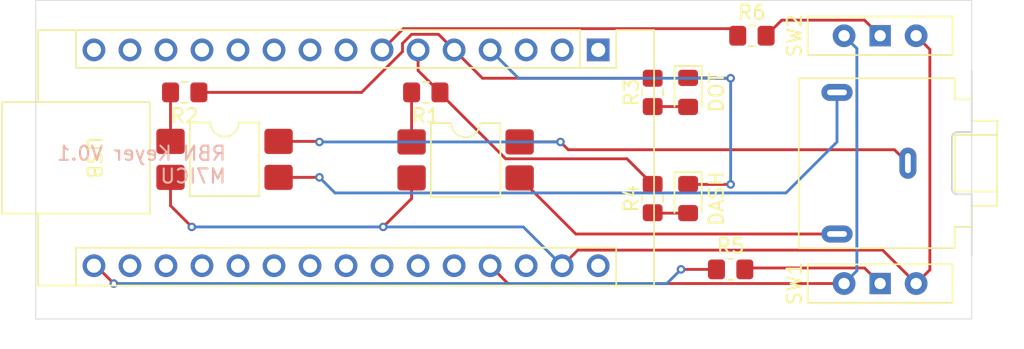
<source format=kicad_pcb>
(kicad_pcb (version 20241229) (generator "pcbnew") (generator_version "9.0")
  (layers (0 "F.Cu" signal) (2 "B.Cu" signal) (13 "F.Paste" user) (15 "B.Paste" user) (5 "F.SilkS" user "F.Silkscreen") (7 "B.SilkS" user "B.Silkscreen") (1 "F.Mask" user) (3 "B.Mask" user) (25 "Edge.Cuts" user))
  (net 0 "")
  (net 1 "Net-(A1-D3)")
  (net 2 "VCC")
  (net 6 "GND")
  (net 8 "Net-(D1-A)")
  (net 9 "Net-(D2-A)")
  (net 10 "Net-(DASH1-Pad3)")
  (net 11 "Net-(DASH1-Pad1)")
  (net 12 "Net-(DOT1-Pad1)")
  (net 23 "Net-(A1-D2)")
  (net 33 "Net-(DASH1-Pad4)")
  (net 34 "Net-(DOT1-Pad3)")
  (net 35 "Net-(A1-D13)")
  (net 36 "Net-(A1-D4)")
  (net 37 "Net-(SW1-B)")
  (net 38 "Net-(SW2-B)")
  (footprint "Module:Arduino_Nano" (layer "F.Cu") (at 109.66 53.5 -90)
    (property "Reference" "A1" (hide yes))
    (property "Value" "Arduino_Nano_v3.x" (hide yes))
    (fp_line (start 3.68 42.04) (end 3.68 31.62) (stroke (width 0.12)) (layer "F.SilkS"))
    (fp_line (start 11.56 42.04) (end 3.68 42.04) (stroke (width 0.12)) (layer "F.SilkS"))
    (fp_line (start -1.4 39.5) (end 3.68 39.5) (stroke (width 0.12)) (layer "F.SilkS"))
    (fp_line (start 16.64 39.5) (end 11.56 39.5) (stroke (width 0.12)) (layer "F.SilkS"))
    (fp_line (start 16.64 39.5) (end 16.64 -3.94) (stroke (width 0.12)) (layer "F.SilkS"))
    (fp_line (start 1.27 36.83) (end -1.4 36.83) (stroke (width 0.12)) (layer "F.SilkS"))
    (fp_line (start 13.97 36.83) (end 16.64 36.83) (stroke (width 0.12)) (layer "F.SilkS"))
    (fp_line (start 3.68 31.62) (end 11.56 31.62) (stroke (width 0.12)) (layer "F.SilkS"))
    (fp_line (start 11.56 31.62) (end 11.56 42.04) (stroke (width 0.12)) (layer "F.SilkS"))
    (fp_line (start -1.4 1.27) (end -1.4 39.5) (stroke (width 0.12)) (layer "F.SilkS"))
    (fp_line (start 1.27 1.27) (end 1.27 36.83) (stroke (width 0.12)) (layer "F.SilkS"))
    (fp_line (start 1.27 1.27) (end -1.4 1.27) (stroke (width 0.12)) (layer "F.SilkS"))
    (fp_line (start 1.27 1.27) (end 1.27 -1.27) (stroke (width 0.12)) (layer "F.SilkS"))
    (fp_line (start 1.27 -1.27) (end -1.4 -1.27) (stroke (width 0.12)) (layer "F.SilkS"))
    (fp_line (start 13.97 -1.27) (end 13.97 36.83) (stroke (width 0.12)) (layer "F.SilkS"))
    (fp_line (start 13.97 -1.27) (end 16.64 -1.27) (stroke (width 0.12)) (layer "F.SilkS"))
    (fp_line (start -1.4 -3.94) (end -1.4 -1.27) (stroke (width 0.12)) (layer "F.SilkS"))
    (fp_line (start 16.64 -3.94) (end -1.4 -3.94) (stroke (width 0.12)) (layer "F.SilkS"))
    (fp_text user "USB" (at 7.62 35.56 270) (layer "F.SilkS"))
    (pad "1" thru_hole rect (at 0 0 270) (size 1.6 1.6) (drill 1) (layers "*.Cu" "*.Mask"))
    (pad "2" thru_hole oval (at 0 2.54 270) (size 1.6 1.6) (drill 1) (layers "*.Cu" "*.Mask"))
    (pad "3" thru_hole oval (at 0 5.08 270) (size 1.6 1.6) (drill 1) (layers "*.Cu" "*.Mask"))
    (pad "4" thru_hole oval (at 0 7.62 270) (size 1.6 1.6) (drill 1) (layers "*.Cu" "*.Mask") (net 6 "GND"))
    (pad "5" thru_hole oval (at 0 10.16 270) (size 1.6 1.6) (drill 1) (layers "*.Cu" "*.Mask") (net 23 "Net-(A1-D2)"))
    (pad "6" thru_hole oval (at 0 12.7 270) (size 1.6 1.6) (drill 1) (layers "*.Cu" "*.Mask") (net 1 "Net-(A1-D3)"))
    (pad "7" thru_hole oval (at 0 15.24 270) (size 1.6 1.6) (drill 1) (layers "*.Cu" "*.Mask") (net 36 "Net-(A1-D4)"))
    (pad "8" thru_hole oval (at 0 17.78 270) (size 1.6 1.6) (drill 1) (layers "*.Cu" "*.Mask"))
    (pad "9" thru_hole oval (at 0 20.32 270) (size 1.6 1.6) (drill 1) (layers "*.Cu" "*.Mask"))
    (pad "10" thru_hole oval (at 0 22.86 270) (size 1.6 1.6) (drill 1) (layers "*.Cu" "*.Mask"))
    (pad "11" thru_hole oval (at 0 25.4 270) (size 1.6 1.6) (drill 1) (layers "*.Cu" "*.Mask"))
    (pad "12" thru_hole oval (at 0 27.94 270) (size 1.6 1.6) (drill 1) (layers "*.Cu" "*.Mask"))
    (pad "13" thru_hole oval (at 0 30.48 270) (size 1.6 1.6) (drill 1) (layers "*.Cu" "*.Mask"))
    (pad "14" thru_hole oval (at 0 33.02 270) (size 1.6 1.6) (drill 1) (layers "*.Cu" "*.Mask"))
    (pad "15" thru_hole oval (at 0 35.56 270) (size 1.6 1.6) (drill 1) (layers "*.Cu" "*.Mask"))
    (pad "16" thru_hole oval (at 15.24 35.56 270) (size 1.6 1.6) (drill 1) (layers "*.Cu" "*.Mask") (net 35 "Net-(A1-D13)"))
    (pad "17" thru_hole oval (at 15.24 33.02 270) (size 1.6 1.6) (drill 1) (layers "*.Cu" "*.Mask"))
    (pad "18" thru_hole oval (at 15.24 30.48 270) (size 1.6 1.6) (drill 1) (layers "*.Cu" "*.Mask"))
    (pad "19" thru_hole oval (at 15.24 27.94 270) (size 1.6 1.6) (drill 1) (layers "*.Cu" "*.Mask"))
    (pad "20" thru_hole oval (at 15.24 25.4 270) (size 1.6 1.6) (drill 1) (layers "*.Cu" "*.Mask"))
    (pad "21" thru_hole oval (at 15.24 22.86 270) (size 1.6 1.6) (drill 1) (layers "*.Cu" "*.Mask"))
    (pad "22" thru_hole oval (at 15.24 20.32 270) (size 1.6 1.6) (drill 1) (layers "*.Cu" "*.Mask"))
    (pad "23" thru_hole oval (at 15.24 17.78 270) (size 1.6 1.6) (drill 1) (layers "*.Cu" "*.Mask"))
    (pad "24" thru_hole oval (at 15.24 15.24 270) (size 1.6 1.6) (drill 1) (layers "*.Cu" "*.Mask"))
    (pad "25" thru_hole oval (at 15.24 12.7 270) (size 1.6 1.6) (drill 1) (layers "*.Cu" "*.Mask"))
    (pad "26" thru_hole oval (at 15.24 10.16 270) (size 1.6 1.6) (drill 1) (layers "*.Cu" "*.Mask"))
    (pad "27" thru_hole oval (at 15.24 7.62 270) (size 1.6 1.6) (drill 1) (layers "*.Cu" "*.Mask") (net 2 "VCC"))
    (pad "28" thru_hole oval (at 15.24 5.08 270) (size 1.6 1.6) (drill 1) (layers "*.Cu" "*.Mask"))
    (pad "29" thru_hole oval (at 15.24 2.54 270) (size 1.6 1.6) (drill 1) (layers "*.Cu" "*.Mask") (net 6 "GND"))
    (pad "30" thru_hole oval (at 15.24 0 270) (size 1.6 1.6) (drill 1) (layers "*.Cu" "*.Mask"))
  )
  (footprint "Resistor_SMD:R_0805_2012Metric_Pad1.20x1.40mm_HandSolder" (layer "F.Cu") (at 120.5 52.5)
    (property "Reference" "R6" (at 0 -1.65 0) (layer "F.SilkS"))
    (property "Value" "1kR")
    (fp_line (start -0.227064 -0.735) (end 0.227064 -0.735) (stroke (width 0.12)) (layer "F.SilkS"))
    (fp_line (start -0.227064 0.735) (end 0.227064 0.735) (stroke (width 0.12)) (layer "F.SilkS"))
    (pad "1" smd roundrect (at -1 0) (size 1.2 1.4) (layers "F.Cu" "F.Mask" "F.Paste") (roundrect_rratio 0.208333) (net 36 "Net-(A1-D4)"))
    (pad "2" smd roundrect (at 1 0) (size 1.2 1.4) (layers "F.Cu" "F.Mask" "F.Paste") (roundrect_rratio 0.208333) (net 38 "Net-(SW2-B)"))
  )
  (footprint "Button_Switch_THT:SW_Slide-03_Wuerth-WS-SLTV_10x2.5x6.4_P2.54mm" (layer "F.Cu") (at 129.54 52.5)
    (property "Reference" "SW2" (at -6.04 0 90) (layer "F.SilkS"))
    (property "Value" "SW_Wuerth_450301014042")
    (fp_rect (start -5.11 -1.36) (end 5.11 1.36) (stroke (width 0.12)) (fill no) (layer "F.SilkS"))
    (pad "1" thru_hole rect (at 0 0) (size 1.5 1.5) (drill 0.8) (layers "*.Cu" "*.Mask") (net 38 "Net-(SW2-B)"))
    (pad "2" thru_hole circle (at -2.54 0) (size 1.6 1.6) (drill 0.8) (layers "*.Cu" "*.Mask") (net 2 "VCC"))
    (pad "3" thru_hole circle (at 2.54 0) (size 1.6 1.6) (drill 0.8) (layers "*.Cu" "*.Mask") (net 6 "GND"))
  )
  (footprint "Package_DIP:SMDIP-4_W7.62mm" (layer "F.Cu") (at 100.31 61.27)
    (property "Reference" "DASH1" (hide yes))
    (property "Value" "EL817")
    (fp_line (start -2.45 -2.6) (end -2.45 2.6) (stroke (width 0.12)) (layer "F.SilkS"))
    (fp_line (start -2.45 2.6) (end 2.45 2.6) (stroke (width 0.12)) (layer "F.SilkS"))
    (fp_line (start -1 -2.6) (end -2.45 -2.6) (stroke (width 0.12)) (layer "F.SilkS"))
    (fp_line (start 2.45 -2.6) (end 1 -2.6) (stroke (width 0.12)) (layer "F.SilkS"))
    (fp_line (start 2.45 2.6) (end 2.45 -2.6) (stroke (width 0.12)) (layer "F.SilkS"))
    (fp_arc (start 1 -2.6) (mid 0 -1.6) (end -1 -2.6) (stroke (width 0.12)) (layer "F.SilkS"))
    (pad "1" smd roundrect (at -3.81 -1.27) (size 2 1.78) (layers "F.Cu" "F.Mask" "F.Paste") (roundrect_rratio 0.140449) (net 11 "Net-(DASH1-Pad1)"))
    (pad "2" smd roundrect (at -3.81 1.27) (size 2 1.78) (layers "F.Cu" "F.Mask" "F.Paste") (roundrect_rratio 0.140449) (net 6 "GND"))
    (pad "3" smd roundrect (at 3.81 1.27) (size 2 1.78) (layers "F.Cu" "F.Mask" "F.Paste") (roundrect_rratio 0.140449) (net 10 "Net-(DASH1-Pad3)"))
    (pad "4" smd roundrect (at 3.81 -1.27) (size 2 1.78) (layers "F.Cu" "F.Mask" "F.Paste") (roundrect_rratio 0.140449) (net 33 "Net-(DASH1-Pad4)"))
  )
  (footprint "Resistor_SMD:R_0805_2012Metric_Pad1.20x1.40mm_HandSolder" (layer "F.Cu") (at 113.5 64 -90)
    (property "Reference" "R4" (at 0 1.5 90) (layer "F.SilkS"))
    (property "Value" "150R")
    (fp_line (start -0.227064 0.735) (end 0.227064 0.735) (stroke (width 0.12)) (layer "F.SilkS"))
    (fp_line (start -0.227064 -0.735) (end 0.227064 -0.735) (stroke (width 0.12)) (layer "F.SilkS"))
    (pad "1" smd roundrect (at -1 0 270) (size 1.2 1.4) (layers "F.Cu" "F.Mask" "F.Paste") (roundrect_rratio 0.208333) (net 1 "Net-(A1-D3)"))
    (pad "2" smd roundrect (at 1 0 270) (size 1.2 1.4) (layers "F.Cu" "F.Mask" "F.Paste") (roundrect_rratio 0.208333) (net 8 "Net-(D1-A)"))
  )
  (footprint "Resistor_SMD:R_0805_2012Metric_Pad1.20x1.40mm_HandSolder" (layer "F.Cu") (at 80.5 56.5 180)
    (property "Reference" "R2" (at 0 -1.65 0) (layer "F.SilkS"))
    (property "Value" "180R" (hide yes))
    (fp_line (start -0.227064 0.735) (end 0.227064 0.735) (stroke (width 0.12)) (layer "F.SilkS"))
    (fp_line (start -0.227064 -0.735) (end 0.227064 -0.735) (stroke (width 0.12)) (layer "F.SilkS"))
    (pad "1" smd roundrect (at -1 0 180) (size 1.2 1.4) (layers "F.Cu" "F.Mask" "F.Paste") (roundrect_rratio 0.208333) (net 23 "Net-(A1-D2)"))
    (pad "2" smd roundrect (at 1 0 180) (size 1.2 1.4) (layers "F.Cu" "F.Mask" "F.Paste") (roundrect_rratio 0.208333) (net 12 "Net-(DOT1-Pad1)"))
  )
  (footprint "Package_DIP:SMDIP-4_W7.62mm" (layer "F.Cu") (at 83.31 61.23)
    (property "Reference" "DOT1" (hide yes))
    (property "Value" "EL817")
    (fp_line (start -2.45 -2.6) (end -2.45 2.6) (stroke (width 0.12)) (layer "F.SilkS"))
    (fp_line (start -2.45 2.6) (end 2.45 2.6) (stroke (width 0.12)) (layer "F.SilkS"))
    (fp_line (start -1 -2.6) (end -2.45 -2.6) (stroke (width 0.12)) (layer "F.SilkS"))
    (fp_line (start 2.45 -2.6) (end 1 -2.6) (stroke (width 0.12)) (layer "F.SilkS"))
    (fp_line (start 2.45 2.6) (end 2.45 -2.6) (stroke (width 0.12)) (layer "F.SilkS"))
    (fp_arc (start 1 -2.6) (mid 0 -1.6) (end -1 -2.6) (stroke (width 0.12)) (layer "F.SilkS"))
    (pad "1" smd roundrect (at -3.81 -1.27) (size 2 1.78) (layers "F.Cu" "F.Mask" "F.Paste") (roundrect_rratio 0.140449) (net 12 "Net-(DOT1-Pad1)"))
    (pad "2" smd roundrect (at -3.81 1.27) (size 2 1.78) (layers "F.Cu" "F.Mask" "F.Paste") (roundrect_rratio 0.140449) (net 6 "GND"))
    (pad "3" smd roundrect (at 3.81 1.27) (size 2 1.78) (layers "F.Cu" "F.Mask" "F.Paste") (roundrect_rratio 0.140449) (net 34 "Net-(DOT1-Pad3)"))
    (pad "4" smd roundrect (at 3.81 -1.27) (size 2 1.78) (layers "F.Cu" "F.Mask" "F.Paste") (roundrect_rratio 0.140449) (net 33 "Net-(DASH1-Pad4)"))
  )
  (footprint "Resistor_SMD:R_0805_2012Metric_Pad1.20x1.40mm_HandSolder" (layer "F.Cu") (at 113.5 56.5 -90)
    (property "Reference" "R3" (at 0 1.5 90) (layer "F.SilkS"))
    (property "Value" "150R")
    (fp_line (start -0.227064 0.735) (end 0.227064 0.735) (stroke (width 0.12)) (layer "F.SilkS"))
    (fp_line (start -0.227064 -0.735) (end 0.227064 -0.735) (stroke (width 0.12)) (layer "F.SilkS"))
    (pad "1" smd roundrect (at -1 0 270) (size 1.2 1.4) (layers "F.Cu" "F.Mask" "F.Paste") (roundrect_rratio 0.208333) (net 23 "Net-(A1-D2)"))
    (pad "2" smd roundrect (at 1 0 270) (size 1.2 1.4) (layers "F.Cu" "F.Mask" "F.Paste") (roundrect_rratio 0.208333) (net 9 "Net-(D2-A)"))
  )
  (footprint "Resistor_SMD:R_0805_2012Metric_Pad1.20x1.40mm_HandSolder" (layer "F.Cu") (at 119 69)
    (property "Reference" "R5" (at 0 -1.65 0) (layer "F.SilkS"))
    (property "Value" "1kR")
    (fp_line (start -0.227064 -0.735) (end 0.227064 -0.735) (stroke (width 0.12)) (layer "F.SilkS"))
    (fp_line (start -0.227064 0.735) (end 0.227064 0.735) (stroke (width 0.12)) (layer "F.SilkS"))
    (pad "1" smd roundrect (at -1 0) (size 1.2 1.4) (layers "F.Cu" "F.Mask" "F.Paste") (roundrect_rratio 0.208333) (net 35 "Net-(A1-D13)"))
    (pad "2" smd roundrect (at 1 0) (size 1.2 1.4) (layers "F.Cu" "F.Mask" "F.Paste") (roundrect_rratio 0.208333) (net 37 "Net-(SW1-B)"))
  )
  (footprint "Button_Switch_THT:SW_Slide-03_Wuerth-WS-SLTV_10x2.5x6.4_P2.54mm" (layer "F.Cu") (at 129.54 70)
    (property "Reference" "SW1" (at -6.04 0 90) (layer "F.SilkS"))
    (property "Value" "SW_Wuerth_450301014042")
    (fp_rect (start -5.11 -1.36) (end 5.11 1.36) (stroke (width 0.12)) (fill no) (layer "F.SilkS"))
    (pad "1" thru_hole rect (at 0 0) (size 1.5 1.5) (drill 0.8) (layers "*.Cu" "*.Mask") (net 37 "Net-(SW1-B)"))
    (pad "2" thru_hole circle (at -2.54 0) (size 1.6 1.6) (drill 0.8) (layers "*.Cu" "*.Mask") (net 2 "VCC"))
    (pad "3" thru_hole circle (at 2.54 0) (size 1.6 1.6) (drill 0.8) (layers "*.Cu" "*.Mask") (net 6 "GND"))
  )
  (footprint "Connector_Audio:Jack_3.5mm_CUI_SJ1-3523N_Horizontal" (layer "F.Cu") (at 131.5 61.5 90)
    (property "Reference" "J1" (hide yes))
    (property "Value" "AudioJack3")
    (fp_line (start 6 -7.7) (end 6 3.3) (stroke (width 0.12)) (layer "F.SilkS"))
    (fp_line (start -6 -7.7) (end 6 -7.7) (stroke (width 0.12)) (layer "F.SilkS"))
    (fp_line (start 6 3.3) (end 4.5 3.3) (stroke (width 0.12)) (layer "F.SilkS"))
    (fp_line (start 4.5 3.3) (end 4.5 4.5) (stroke (width 0.12)) (layer "F.SilkS"))
    (fp_line (start 2 3.3) (end -2 3.3) (stroke (width 0.12)) (layer "F.SilkS"))
    (fp_line (start -2 3.3) (end -2 6.3) (stroke (width 0.12)) (layer "F.SilkS"))
    (fp_line (start -4.5 3.3) (end -6 3.3) (stroke (width 0.12)) (layer "F.SilkS"))
    (fp_line (start -6 3.3) (end -6 -7.7) (stroke (width 0.12)) (layer "F.SilkS"))
    (fp_line (start 4.5 4.5) (end 3 4.5) (stroke (width 0.12)) (layer "F.SilkS"))
    (fp_line (start 3 4.5) (end 3 6.3) (stroke (width 0.12)) (layer "F.SilkS"))
    (fp_line (start -3 4.5) (end -4.5 4.5) (stroke (width 0.12)) (layer "F.SilkS"))
    (fp_line (start -4.5 4.5) (end -4.5 3.3) (stroke (width 0.12)) (layer "F.SilkS"))
    (fp_line (start 3 6.3) (end -3 6.3) (stroke (width 0.12)) (layer "F.SilkS"))
    (fp_line (start 2 6.3) (end 2 3.3) (stroke (width 0.12)) (layer "F.SilkS"))
    (fp_line (start -3 6.3) (end -3 4.5) (stroke (width 0.12)) (layer "F.SilkS"))
    (fp_line (start 1.8 3.1) (end -1.8 3.1) (stroke (width 0.12)) (layer "Edge.Cuts"))
    (fp_line (start 2.2 3.5) (end 2.2 4.5) (stroke (width 0.12)) (layer "Edge.Cuts"))
    (fp_line (start -2.2 3.5) (end -2.2 4.5) (stroke (width 0.12)) (layer "Edge.Cuts"))
    (fp_line (start 2.2 4.5) (end 6.5 4.5) (stroke (width 0.12)) (layer "Edge.Cuts"))
    (fp_line (start -2.2 4.5) (end -6.5 4.5) (stroke (width 0.12)) (layer "Edge.Cuts"))
    (fp_arc (start 1.8 3.1) (mid 2.082843 3.217157) (end 2.2 3.5) (stroke (width 0.12)) (layer "Edge.Cuts"))
    (fp_arc (start -2.2 3.5) (mid -2.082843 3.217158) (end -1.8 3.1) (stroke (width 0.12)) (layer "Edge.Cuts"))
    (pad "" np_thru_hole circle (at -5 0 90) (size 1.2 1.2) (drill 1.2) (layers "*.Cu" "*.Mask"))
    (pad "" np_thru_hole circle (at -5 2.5 90) (size 1.2 1.2) (drill 1.2) (layers "*.Cu" "*.Mask"))
    (pad "" np_thru_hole circle (at 0 -5 90) (size 1.2 1.2) (drill 1.2) (layers "*.Cu" "*.Mask"))
    (pad "" np_thru_hole circle (at 5 0 90) (size 1.2 1.2) (drill 1.2) (layers "*.Cu" "*.Mask"))
    (pad "" np_thru_hole circle (at 5 2.5 90) (size 1.2 1.2) (drill 1.2) (layers "*.Cu" "*.Mask"))
    (pad "R" thru_hole oval (at -5 -5 90) (size 1.2 2.2) (drill oval 0.4 1.4) (layers "*.Cu" "*.Mask") (net 10 "Net-(DASH1-Pad3)"))
    (pad "S" thru_hole oval (at 0 0 90) (size 2.2 1.2) (drill oval 1.4 0.4) (layers "*.Cu" "*.Mask") (net 33 "Net-(DASH1-Pad4)"))
    (pad "T" thru_hole oval (at 5 -5 270) (size 1.2 2.2) (drill oval 0.4 1.4) (layers "*.Cu" "*.Mask") (net 34 "Net-(DOT1-Pad3)"))
  )
  (footprint "Resistor_SMD:R_0805_2012Metric_Pad1.20x1.40mm_HandSolder" (layer "F.Cu") (at 97.5 56.5 180)
    (property "Reference" "R1" (at 0 -1.65 0) (layer "F.SilkS"))
    (property "Value" "180R")
    (fp_line (start -0.227064 0.735) (end 0.227064 0.735) (stroke (width 0.12)) (layer "F.SilkS"))
    (fp_line (start -0.227064 -0.735) (end 0.227064 -0.735) (stroke (width 0.12)) (layer "F.SilkS"))
    (pad "1" smd roundrect (at -1 0 180) (size 1.2 1.4) (layers "F.Cu" "F.Mask" "F.Paste") (roundrect_rratio 0.208333) (net 1 "Net-(A1-D3)"))
    (pad "2" smd roundrect (at 1 0 180) (size 1.2 1.4) (layers "F.Cu" "F.Mask" "F.Paste") (roundrect_rratio 0.208333) (net 11 "Net-(DASH1-Pad1)"))
  )
  (footprint "LED_SMD:LED_0805_2012Metric_Pad1.15x1.40mm_HandSolder" (layer "F.Cu") (at 116 64 -90)
    (property "Reference" "D1" (hide yes))
    (property "Value" "DASH" (at 0 -2 90) (layer "F.SilkS"))
    (fp_line (start -1.86 0.96) (end 1 0.96) (stroke (width 0.12)) (layer "F.SilkS"))
    (fp_line (start -1.86 -0.96) (end -1.86 0.96) (stroke (width 0.12)) (layer "F.SilkS"))
    (fp_line (start 1 -0.96) (end -1.86 -0.96) (stroke (width 0.12)) (layer "F.SilkS"))
    (pad "1" smd roundrect (at -1.025 0 270) (size 1.15 1.4) (layers "F.Cu" "F.Mask" "F.Paste") (roundrect_rratio 0.217391) (net 6 "GND"))
    (pad "2" smd roundrect (at 1.025 0 270) (size 1.15 1.4) (layers "F.Cu" "F.Mask" "F.Paste") (roundrect_rratio 0.217391) (net 8 "Net-(D1-A)"))
  )
  (footprint "LED_SMD:LED_0805_2012Metric_Pad1.15x1.40mm_HandSolder" (layer "F.Cu") (at 116 56.5 -90)
    (property "Reference" "D2" (hide yes))
    (property "Value" "DOT" (at 0 -2 90) (layer "F.SilkS"))
    (fp_line (start -1.86 0.96) (end 1 0.96) (stroke (width 0.12)) (layer "F.SilkS"))
    (fp_line (start -1.86 -0.96) (end -1.86 0.96) (stroke (width 0.12)) (layer "F.SilkS"))
    (fp_line (start 1 -0.96) (end -1.86 -0.96) (stroke (width 0.12)) (layer "F.SilkS"))
    (pad "1" smd roundrect (at -1.025 0 270) (size 1.15 1.4) (layers "F.Cu" "F.Mask" "F.Paste") (roundrect_rratio 0.217391) (net 6 "GND"))
    (pad "2" smd roundrect (at 1.025 0 270) (size 1.15 1.4) (layers "F.Cu" "F.Mask" "F.Paste") (roundrect_rratio 0.217391) (net 9 "Net-(D2-A)"))
  )
  (gr_rect (start 70 50) (end 136 72.5) (stroke (width 0.05)) (fill no) (layer "Edge.Cuts"))
  (gr_text "RBN Keyer V0.1\nM7ICU" (at 83.5 63 0) (layer "B.SilkS") (effects (font (size 1 1)) (justify left bottom mirror)))
  (segment (start 98.5 56.55616) (end 103.13484 61.191) (width 0.2) (layer "F.Cu") (net 1))
  (segment (start 111.691 61.191) (end 113.5 63) (width 0.2) (layer "F.Cu") (net 1))
  (segment (start 96.96 54.96) (end 98.5 56.5) (width 0.2) (layer "F.Cu") (net 1))
  (segment (start 98.5 56.5) (end 98.5 56.55616) (width 0.2) (layer "F.Cu") (net 1))
  (segment (start 96.96 53.5) (end 96.96 54.96) (width 0.2) (layer "F.Cu") (net 1))
  (segment (start 103.13484 61.191) (end 111.691 61.191) (width 0.2) (layer "F.Cu") (net 1))
  (segment (start 103.3 70) (end 102.04 68.74) (width 0.2) (layer "F.Cu") (net 2))
  (segment (start 127 70) (end 103.3 70) (width 0.2) (layer "F.Cu") (net 2))
  (segment (start 127.901 69.099) (end 127 70) (width 0.2) (layer "B.Cu") (net 2))
  (segment (start 127.901 53.401) (end 127.901 69.099) (width 0.2) (layer "B.Cu") (net 2))
  (segment (start 127 52.5) (end 127.901 53.401) (width 0.2) (layer "B.Cu") (net 2))
  (segment (start 96.5 64) (end 96.5 62.54) (width 0.2) (layer "F.Cu") (net 6))
  (segment (start 129.719 67.639) (end 108.221 67.639) (width 0.2) (layer "F.Cu") (net 6))
  (segment (start 116.025 63) (end 116 62.975) (width 0.2) (layer "F.Cu") (net 6))
  (segment (start 132.08 70) (end 129.719 67.639) (width 0.2) (layer "F.Cu") (net 6))
  (segment (start 96.46 62.54) (end 96.5 62.54) (width 0.2) (layer "F.Cu") (net 6))
  (segment (start 132.08 70) (end 133.049 69.031) (width 0.2) (layer "F.Cu") (net 6))
  (segment (start 108.221 67.639) (end 107.12 68.74) (width 0.2) (layer "F.Cu") (net 6))
  (segment (start 79.5 64.5) (end 81 66) (width 0.2) (layer "F.Cu") (net 6))
  (segment (start 94.5 66) (end 96.5 64) (width 0.2) (layer "F.Cu") (net 6))
  (segment (start 79.5 62.5) (end 79.5 64.5) (width 0.2) (layer "F.Cu") (net 6))
  (segment (start 133.049 69.031) (end 133.049 53.469) (width 0.2) (layer "F.Cu") (net 6))
  (segment (start 119 63) (end 116.025 63) (width 0.2) (layer "F.Cu") (net 6))
  (segment (start 117.975 55.475) (end 116 55.475) (width 0.2) (layer "F.Cu") (net 6))
  (segment (start 133.049 53.469) (end 132.08 52.5) (width 0.2) (layer "F.Cu") (net 6))
  (segment (start 119 55.5) (end 118 55.5) (width 0.2) (layer "F.Cu") (net 6))
  (segment (start 118 55.5) (end 117.975 55.475) (width 0.2) (layer "F.Cu") (net 6))
  (via (at 81 66) (size 0.6) (drill 0.3) (layers "F.Cu" "B.Cu") (net 6))
  (via (at 94.5 66) (size 0.6) (drill 0.3) (layers "F.Cu" "B.Cu") (net 6))
  (via (at 119 55.5) (size 0.6) (drill 0.3) (layers "F.Cu" "B.Cu") (net 6))
  (via (at 119 63) (size 0.6) (drill 0.3) (layers "F.Cu" "B.Cu") (net 6))
  (segment (start 81 66) (end 94.5 66) (width 0.2) (layer "B.Cu") (net 6))
  (segment (start 104.38 66) (end 107.12 68.74) (width 0.2) (layer "B.Cu") (net 6))
  (segment (start 94.5 66) (end 104.38 66) (width 0.2) (layer "B.Cu") (net 6))
  (segment (start 119 55.5) (end 104.04 55.5) (width 0.2) (layer "B.Cu") (net 6))
  (segment (start 104.04 55.5) (end 102.04 53.5) (width 0.2) (layer "B.Cu") (net 6))
  (segment (start 119 63) (end 119 55.5) (width 0.2) (layer "B.Cu") (net 6))
  (segment (start 115.975 65) (end 116 65.025) (width 0.2) (layer "F.Cu") (net 8))
  (segment (start 114.025 65.025) (end 116 65.025) (width 0.2) (layer "F.Cu") (net 8))
  (segment (start 114 65) (end 114.025 65.025) (width 0.2) (layer "F.Cu") (net 8))
  (segment (start 113.5 65) (end 114 65) (width 0.2) (layer "F.Cu") (net 8))
  (segment (start 113.5 57.5) (end 115.975 57.5) (width 0.2) (layer "F.Cu") (net 9))
  (segment (start 115.975 57.5) (end 116 57.525) (width 0.2) (layer "F.Cu") (net 9))
  (segment (start 108.08 66.5) (end 126.5 66.5) (width 0.2) (layer "F.Cu") (net 10))
  (segment (start 104.12 62.54) (end 108.08 66.5) (width 0.2) (layer "F.Cu") (net 10))
  (segment (start 96.5 60) (end 96.5 56.5) (width 0.2) (layer "F.Cu") (net 11))
  (segment (start 79.5 59.96) (end 79.5 56.5) (width 0.2) (layer "F.Cu") (net 12))
  (segment (start 101.5 55.5) (end 113.5 55.5) (width 0.2) (layer "F.Cu") (net 23))
  (segment (start 95.859 53.61805) (end 92.97705 56.5) (width 0.2) (layer "F.Cu") (net 23))
  (segment (start 92.97705 56.5) (end 81.5 56.5) (width 0.2) (layer "F.Cu") (net 23))
  (segment (start 99.5 53.5) (end 98.399 52.399) (width 0.2) (layer "F.Cu") (net 23))
  (segment (start 96.50395 52.399) (end 95.859 53.04395) (width 0.2) (layer "F.Cu") (net 23))
  (segment (start 99.5 53.5) (end 101.5 55.5) (width 0.2) (layer "F.Cu") (net 23))
  (segment (start 98.399 52.399) (end 96.50395 52.399) (width 0.2) (layer "F.Cu") (net 23))
  (segment (start 95.859 53.04395) (end 95.859 53.61805) (width 0.2) (layer "F.Cu") (net 23))
  (segment (start 107 60) (end 104.12 60) (width 0.2) (layer "F.Cu") (net 33))
  (segment (start 130.549 60.549) (end 131.5 61.5) (width 0.2) (layer "F.Cu") (net 33))
  (segment (start 107.549 60.549) (end 130.549 60.549) (width 0.2) (layer "F.Cu") (net 33))
  (segment (start 89.96 59.96) (end 90 60) (width 0.2) (layer "F.Cu") (net 33))
  (segment (start 107 60) (end 107.549 60.549) (width 0.2) (layer "F.Cu") (net 33))
  (segment (start 87.12 59.96) (end 89.96 59.96) (width 0.2) (layer "F.Cu") (net 33))
  (via (at 107 60) (size 0.6) (drill 0.3) (layers "F.Cu" "B.Cu") (net 33))
  (via (at 90 60) (size 0.6) (drill 0.3) (layers "F.Cu" "B.Cu") (net 33))
  (segment (start 90 60) (end 107 60) (width 0.2) (layer "B.Cu") (net 33))
  (segment (start 87.12 62.5) (end 90 62.5) (width 0.2) (layer "F.Cu") (net 34))
  (via (at 90 62.5) (size 0.6) (drill 0.3) (layers "F.Cu" "B.Cu") (net 34))
  (segment (start 91.101 63.601) (end 122.899 63.601) (width 0.2) (layer "B.Cu") (net 34))
  (segment (start 126.5 60) (end 126.5 56.5) (width 0.2) (layer "B.Cu") (net 34))
  (segment (start 90 62.5) (end 91.101 63.601) (width 0.2) (layer "B.Cu") (net 34))
  (segment (start 122.899 63.601) (end 126.5 60) (width 0.2) (layer "B.Cu") (net 34))
  (segment (start 115.5 69) (end 118 69) (width 0.2) (layer "F.Cu") (net 35))
  (segment (start 74.24 68.74) (end 75.5 70) (width 0.2) (layer "F.Cu") (net 35))
  (segment (start 74.1 68.74) (end 74.24 68.74) (width 0.2) (layer "F.Cu") (net 35))
  (via (at 75.5 70) (size 0.6) (drill 0.3) (layers "F.Cu" "B.Cu") (net 35))
  (via (at 115.5 69) (size 0.6) (drill 0.3) (layers "F.Cu" "B.Cu") (net 35))
  (segment (start 75.5 70) (end 114.5 70) (width 0.2) (layer "B.Cu") (net 35))
  (segment (start 114.5 70) (end 115.5 69) (width 0.2) (layer "B.Cu") (net 35))
  (segment (start 119.5 52.5) (end 118.998 51.998) (width 0.2) (layer "F.Cu") (net 36))
  (segment (start 95.922 51.998) (end 94.42 53.5) (width 0.2) (layer "F.Cu") (net 36))
  (segment (start 118.998 51.998) (end 95.922 51.998) (width 0.2) (layer "F.Cu") (net 36))
  (segment (start 128.439 68.899) (end 129.54 70) (width 0.2) (layer "F.Cu") (net 37))
  (segment (start 120 69) (end 120.101 68.899) (width 0.2) (layer "F.Cu") (net 37))
  (segment (start 120.101 68.899) (end 128.439 68.899) (width 0.2) (layer "F.Cu") (net 37))
  (segment (start 129.54 52.5) (end 128.439 51.399) (width 0.2) (layer "F.Cu") (net 38))
  (segment (start 122.601 51.399) (end 121.5 52.5) (width 0.2) (layer "F.Cu") (net 38))
  (segment (start 128.439 51.399) (end 122.601 51.399) (width 0.2) (layer "F.Cu") (net 38))
)
</source>
